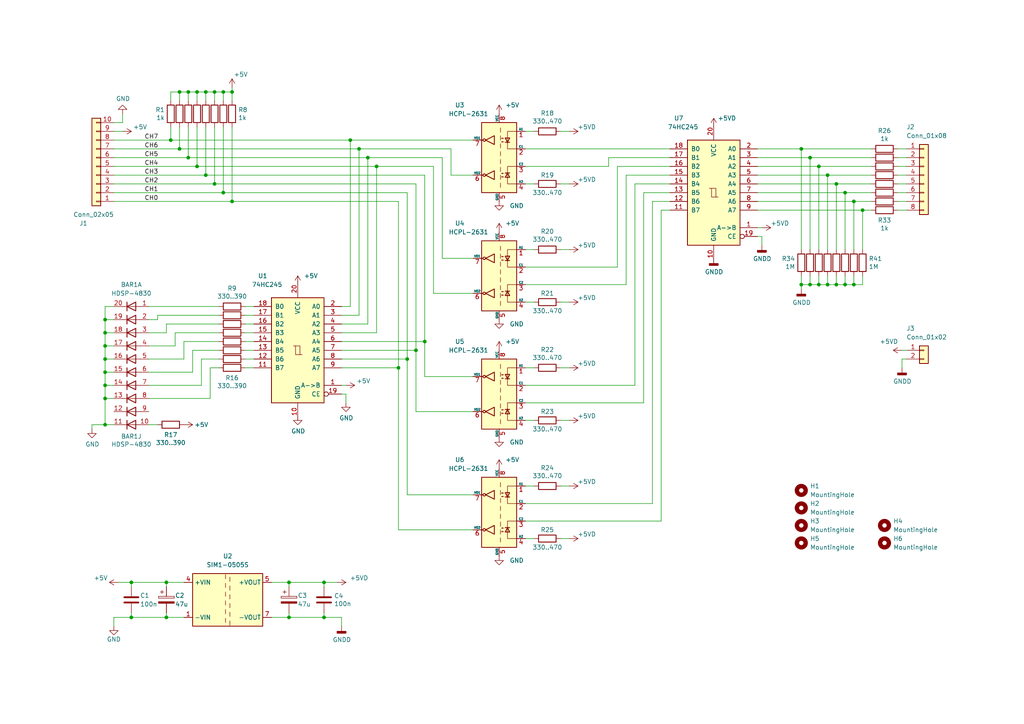
<source format=kicad_sch>
(kicad_sch (version 20211123) (generator eeschema)
  (paper "A4")
  (lib_symbols
    (symbol "74xx:74HC245" (pin_names (offset 1.016))
      (property "Reference" "U" (at -7.62 16.51 0))
      (property "Value" "74HC245" (at -7.62 -16.51 0))
      (symbol "74HC245_1_0"
        (pin input line (at -12.7 -10.16 0) (length 5.08) (name "A->B") (number "1"))
        (pin power_in line (at 0 -20.32 90) (length 5.08) (name "GND") (number "10"))
        (pin tri_state line (at 12.7 -5.08 180) (length 5.08) (name "B7") (number "11"))
        (pin tri_state line (at 12.7 -2.54 180) (length 5.08) (name "B6") (number "12"))
        (pin tri_state line (at 12.7 0 180) (length 5.08) (name "B5") (number "13"))
        (pin tri_state line (at 12.7 2.54 180) (length 5.08) (name "B4") (number "14"))
        (pin tri_state line (at 12.7 5.08 180) (length 5.08) (name "B3") (number "15"))
        (pin tri_state line (at 12.7 7.62 180) (length 5.08) (name "B2") (number "16"))
        (pin tri_state line (at 12.7 10.16 180) (length 5.08) (name "B1") (number "17"))
        (pin tri_state line (at 12.7 12.7 180) (length 5.08) (name "B0") (number "18"))
        (pin input inverted (at -12.7 -12.7 0) (length 5.08) (name "CE") (number "19"))
        (pin tri_state line (at -12.7 12.7 0) (length 5.08) (name "A0") (number "2"))
        (pin power_in line (at 0 20.32 270) (length 5.08) (name "VCC") (number "20"))
        (pin tri_state line (at -12.7 10.16 0) (length 5.08) (name "A1") (number "3"))
        (pin tri_state line (at -12.7 7.62 0) (length 5.08) (name "A2") (number "4"))
        (pin tri_state line (at -12.7 5.08 0) (length 5.08) (name "A3") (number "5"))
        (pin tri_state line (at -12.7 2.54 0) (length 5.08) (name "A4") (number "6"))
        (pin tri_state line (at -12.7 0 0) (length 5.08) (name "A5") (number "7"))
        (pin tri_state line (at -12.7 -2.54 0) (length 5.08) (name "A6") (number "8"))
        (pin tri_state line (at -12.7 -5.08 0) (length 5.08) (name "A7") (number "9"))
      )
    )
    (symbol "Connector_Generic:Conn_01x02" (pin_names (offset 1.016) hide)
      (property "Reference" "J" (at 0 2.54 0))
      (property "Value" "Conn_01x02" (at 0 -5.08 0))
      (symbol "Conn_01x02_1_1"
        (pin passive line (at -5.08 0 0) (length 3.81) (name "Pin_1") (number "1"))
        (pin passive line (at -5.08 -2.54 0) (length 3.81) (name "Pin_2") (number "2"))
      )
    )
    (symbol "Connector_Generic:Conn_01x08" (pin_names (offset 1.016) hide)
      (property "Reference" "J" (at 0 10.16 0))
      (property "Value" "Conn_01x08" (at 0 -12.7 0))
      (symbol "Conn_01x08_1_1"
        (pin passive line (at -5.08 7.62 0) (length 3.81) (name "Pin_1") (number "1"))
        (pin passive line (at -5.08 5.08 0) (length 3.81) (name "Pin_2") (number "2"))
        (pin passive line (at -5.08 2.54 0) (length 3.81) (name "Pin_3") (number "3"))
        (pin passive line (at -5.08 0 0) (length 3.81) (name "Pin_4") (number "4"))
        (pin passive line (at -5.08 -2.54 0) (length 3.81) (name "Pin_5") (number "5"))
        (pin passive line (at -5.08 -5.08 0) (length 3.81) (name "Pin_6") (number "6"))
        (pin passive line (at -5.08 -7.62 0) (length 3.81) (name "Pin_7") (number "7"))
        (pin passive line (at -5.08 -10.16 0) (length 3.81) (name "Pin_8") (number "8"))
      )
    )
    (symbol "Connector_Generic:Conn_01x10" (pin_names (offset 1.016) hide)
      (property "Reference" "J" (at 0 12.7 0))
      (property "Value" "Conn_01x10" (at 0 -15.24 0))
      (symbol "Conn_01x10_1_1"
        (pin passive line (at -5.08 10.16 0) (length 3.81) (name "Pin_1") (number "1"))
        (pin passive line (at -5.08 -12.7 0) (length 3.81) (name "Pin_10") (number "10"))
        (pin passive line (at -5.08 7.62 0) (length 3.81) (name "Pin_2") (number "2"))
        (pin passive line (at -5.08 5.08 0) (length 3.81) (name "Pin_3") (number "3"))
        (pin passive line (at -5.08 2.54 0) (length 3.81) (name "Pin_4") (number "4"))
        (pin passive line (at -5.08 0 0) (length 3.81) (name "Pin_5") (number "5"))
        (pin passive line (at -5.08 -2.54 0) (length 3.81) (name "Pin_6") (number "6"))
        (pin passive line (at -5.08 -5.08 0) (length 3.81) (name "Pin_7") (number "7"))
        (pin passive line (at -5.08 -7.62 0) (length 3.81) (name "Pin_8") (number "8"))
        (pin passive line (at -5.08 -10.16 0) (length 3.81) (name "Pin_9") (number "9"))
      )
    )
    (symbol "Device:C" (pin_numbers hide) (pin_names (offset 0.254))
      (property "Reference" "C" (at 0.635 2.54 0))
      (property "Value" "C" (at 0.635 -2.54 0))
      (symbol "C_1_1"
        (pin passive line (at 0 3.81 270) (length 2.794) (name "~") (number "1"))
        (pin passive line (at 0 -3.81 90) (length 2.794) (name "~") (number "2"))
      )
    )
    (symbol "Device:C_Polarized" (pin_numbers hide) (pin_names (offset 0.254))
      (property "Reference" "C" (at 0.635 2.54 0))
      (property "Value" "C_Polarized" (at 0.635 -2.54 0))
      (symbol "C_Polarized_1_1"
        (pin passive line (at 0 3.81 270) (length 2.794) (name "~") (number "1"))
        (pin passive line (at 0 -3.81 90) (length 2.794) (name "~") (number "2"))
      )
    )
    (symbol "Device:R" (pin_numbers hide) (pin_names (offset 0))
      (property "Reference" "R" (at 2.032 0 90))
      (property "Value" "R" (at 0 0 90))
      (symbol "R_1_1"
        (pin passive line (at 0 3.81 270) (length 1.27) (name "~") (number "1"))
        (pin passive line (at 0 -3.81 90) (length 1.27) (name "~") (number "2"))
      )
    )
    (symbol "Isolator:HCPL-2631" (pin_names (offset 0))
      (property "Reference" "U" (at -4.064 11.43 0))
      (property "Value" "HCPL-2631" (at 7.62 11.43 0))
      (symbol "HCPL-2631_1_1"
        (pin passive line (at -7.62 7.62 0) (length 2.54) (name "A1") (number "1"))
        (pin passive line (at -7.62 2.54 0) (length 2.54) (name "C1") (number "2"))
        (pin passive line (at -7.62 -2.54 0) (length 2.54) (name "C2") (number "3"))
        (pin passive line (at -7.62 -7.62 0) (length 2.54) (name "A2") (number "4"))
        (pin power_in line (at 0 -12.7 90) (length 2.54) (name "GND") (number "5"))
        (pin open_collector line (at 7.62 -5.08 180) (length 2.54) (name "VO2") (number "6"))
        (pin open_collector line (at 7.62 5.08 180) (length 2.54) (name "VO1") (number "7"))
        (pin power_in line (at 0 12.7 270) (length 2.54) (name "VCC") (number "8"))
      )
    )
    (symbol "LED:HDSP-4830" (pin_names (offset 1.016) hide)
      (property "Reference" "BAR" (at 0 3.81 0))
      (property "Value" "HDSP-4830" (at 0 -3.81 0))
      (symbol "HDSP-4830_1_1"
        (pin passive line (at -5.08 0 0) (length 2.54) (name "A") (number "1"))
        (pin passive line (at 5.08 0 180) (length 2.54) (name "K") (number "20"))
      )
      (symbol "HDSP-4830_2_1"
        (pin passive line (at 5.08 0 180) (length 2.54) (name "K") (number "19"))
        (pin passive line (at -5.08 0 0) (length 2.54) (name "A") (number "2"))
      )
      (symbol "HDSP-4830_3_1"
        (pin passive line (at 5.08 0 180) (length 2.54) (name "K") (number "18"))
        (pin passive line (at -5.08 0 0) (length 2.54) (name "A") (number "3"))
      )
      (symbol "HDSP-4830_4_1"
        (pin passive line (at 5.08 0 180) (length 2.54) (name "K") (number "17"))
        (pin passive line (at -5.08 0 0) (length 2.54) (name "A") (number "4"))
      )
      (symbol "HDSP-4830_5_1"
        (pin passive line (at 5.08 0 180) (length 2.54) (name "K") (number "16"))
        (pin passive line (at -5.08 0 0) (length 2.54) (name "A") (number "5"))
      )
      (symbol "HDSP-4830_6_1"
        (pin passive line (at 5.08 0 180) (length 2.54) (name "K") (number "15"))
        (pin passive line (at -5.08 0 0) (length 2.54) (name "A") (number "6"))
      )
      (symbol "HDSP-4830_7_1"
        (pin passive line (at 5.08 0 180) (length 2.54) (name "K") (number "14"))
        (pin passive line (at -5.08 0 0) (length 2.54) (name "A") (number "7"))
      )
      (symbol "HDSP-4830_8_1"
        (pin passive line (at 5.08 0 180) (length 2.54) (name "K") (number "13"))
        (pin passive line (at -5.08 0 0) (length 2.54) (name "A") (number "8"))
      )
      (symbol "HDSP-4830_9_1"
        (pin passive line (at 5.08 0 180) (length 2.54) (name "K") (number "12"))
        (pin passive line (at -5.08 0 0) (length 2.54) (name "A") (number "9"))
      )
      (symbol "HDSP-4830_10_1"
        (pin passive line (at -5.08 0 0) (length 2.54) (name "A") (number "10"))
        (pin passive line (at 5.08 0 180) (length 2.54) (name "K") (number "11"))
      )
    )
    (symbol "Mechanical:MountingHole" (pin_names (offset 1.016))
      (property "Reference" "H" (at 0 5.08 0))
      (property "Value" "MountingHole" (at 0 3.175 0))
    )
    (symbol "Regulator_Switching:CRE1S0505DC"
      (property "Reference" "U" (at -8.89 8.89 0))
      (property "Value" "CRE1S0505DC" (at 2.54 8.89 0))
      (symbol "CRE1S0505DC_1_1"
        (pin power_in line (at -12.7 -5.08 0) (length 2.54) (name "-VIN") (number "1"))
        (pin power_in line (at -12.7 5.08 0) (length 2.54) (name "+VIN") (number "4"))
        (pin power_out line (at 12.7 5.08 180) (length 2.54) (name "+VOUT") (number "5"))
        (pin power_out line (at 12.7 -5.08 180) (length 2.54) (name "-VOUT") (number "7"))
      )
    )
    (symbol "power:+5V" (power) (pin_names (offset 0))
      (property "Value" "+5V" (at 0 3.556 0))
      (symbol "+5V_1_1"
        (pin power_in line (at 0 0 90) (length 0) hide (name "+5V") (number "1"))
      )
    )
    (symbol "power:+5VD" (power) (pin_names (offset 0))
      (property "Value" "+5VD" (at 0 3.556 0))
      (symbol "+5VD_1_1"
        (pin power_in line (at 0 0 90) (length 0) hide (name "+5VD") (number "1"))
      )
    )
    (symbol "power:GND" (power) (pin_names (offset 0))
      (property "Value" "GND" (at 0 -3.81 0))
      (symbol "GND_1_1"
        (pin power_in line (at 0 0 270) (length 0) hide (name "GND") (number "1"))
      )
    )
    (symbol "power:GNDD" (power) (pin_names (offset 0))
      (property "Value" "GNDD" (at 0 -3.175 0))
      (symbol "GNDD_1_1"
        (pin power_in line (at 0 0 270) (length 0) hide (name "GNDD") (number "1"))
      )
    )
  )
  (junction (at 59.69 26.67))
  (junction (at 52.07 43.18))
  (junction (at 242.57 82.55))
  (junction (at 83.82 179.07))
  (junction (at 106.68 45.72))
  (junction (at 30.48 107.95))
  (junction (at 93.98 168.91))
  (junction (at 49.53 40.64))
  (junction (at 237.49 82.55))
  (junction (at 109.22 48.26))
  (junction (at 120.65 101.6))
  (junction (at 67.31 58.42))
  (junction (at 59.69 50.8))
  (junction (at 240.03 50.8))
  (junction (at 240.03 82.55))
  (junction (at 93.98 179.07))
  (junction (at 64.77 55.88))
  (junction (at 57.15 26.67))
  (junction (at 30.48 100.33))
  (junction (at 38.1 168.91))
  (junction (at 38.1 179.07))
  (junction (at 30.48 111.76))
  (junction (at 232.41 43.18))
  (junction (at 237.49 48.26))
  (junction (at 64.77 26.67))
  (junction (at 30.48 96.52))
  (junction (at 250.19 60.96))
  (junction (at 104.14 43.18))
  (junction (at 30.48 92.71))
  (junction (at 67.31 26.67))
  (junction (at 234.95 45.72))
  (junction (at 101.6 40.64))
  (junction (at 232.41 82.55))
  (junction (at 234.95 82.55))
  (junction (at 83.82 168.91))
  (junction (at 30.48 115.57))
  (junction (at 115.57 106.68))
  (junction (at 118.11 104.14))
  (junction (at 30.48 104.14))
  (junction (at 54.61 45.72))
  (junction (at 62.23 26.67))
  (junction (at 245.11 82.55))
  (junction (at 52.07 26.67))
  (junction (at 48.26 179.07))
  (junction (at 48.26 168.91))
  (junction (at 247.65 58.42))
  (junction (at 123.19 99.06))
  (junction (at 30.48 123.19))
  (junction (at 54.61 26.67))
  (junction (at 242.57 53.34))
  (junction (at 57.15 48.26))
  (junction (at 245.11 55.88))
  (junction (at 247.65 82.55))
  (junction (at 62.23 53.34))
  (wire (pts (xy 30.48 107.95) (xy 33.02 107.95)))
  (wire (pts (xy 30.48 104.14) (xy 30.48 107.95)))
  (wire (pts (xy 67.31 25.4) (xy 67.31 26.67)))
  (wire (pts (xy 261.62 106.68) (xy 261.62 104.14)))
  (wire (pts (xy 30.48 100.33) (xy 30.48 104.14)))
  (wire (pts (xy 43.18 107.95) (xy 55.88 107.95)))
  (wire (pts (xy 104.14 91.44) (xy 104.14 43.18)))
  (wire (pts (xy 54.61 29.21) (xy 54.61 26.67)))
  (wire (pts (xy 118.11 104.14) (xy 118.11 143.51)))
  (wire (pts (xy 43.18 92.71) (xy 45.72 92.71)))
  (wire (pts (xy 78.74 168.91) (xy 83.82 168.91)))
  (wire (pts (xy 240.03 82.55) (xy 242.57 82.55)))
  (wire (pts (xy 52.07 26.67) (xy 54.61 26.67)))
  (wire (pts (xy 207.01 36.83) (xy 207.01 35.56)))
  (wire (pts (xy 57.15 26.67) (xy 59.69 26.67)))
  (wire (pts (xy 234.95 45.72) (xy 252.73 45.72)))
  (wire (pts (xy 109.22 96.52) (xy 109.22 48.26)))
  (wire (pts (xy 55.88 107.95) (xy 55.88 101.6)))
  (wire (pts (xy 162.56 53.34) (xy 165.1 53.34)))
  (wire (pts (xy 179.07 77.47) (xy 179.07 48.26)))
  (wire (pts (xy 93.98 179.07) (xy 99.06 179.07)))
  (wire (pts (xy 30.48 115.57) (xy 33.02 115.57)))
  (wire (pts (xy 207.01 76.2) (xy 207.01 74.93)))
  (wire (pts (xy 242.57 53.34) (xy 252.73 53.34)))
  (wire (pts (xy 219.71 58.42) (xy 247.65 58.42)))
  (wire (pts (xy 71.12 91.44) (xy 73.66 91.44)))
  (wire (pts (xy 219.71 45.72) (xy 234.95 45.72)))
  (wire (pts (xy 58.42 111.76) (xy 58.42 104.14)))
  (wire (pts (xy 99.06 106.68) (xy 115.57 106.68)))
  (wire (pts (xy 64.77 29.21) (xy 64.77 26.67)))
  (wire (pts (xy 33.02 43.18) (xy 52.07 43.18)))
  (wire (pts (xy 48.26 96.52) (xy 48.26 93.98)))
  (wire (pts (xy 250.19 60.96) (xy 252.73 60.96)))
  (wire (pts (xy 128.27 45.72) (xy 128.27 74.93)))
  (wire (pts (xy 152.4 146.05) (xy 189.23 146.05)))
  (wire (pts (xy 30.48 92.71) (xy 33.02 92.71)))
  (wire (pts (xy 60.96 115.57) (xy 60.96 106.68)))
  (wire (pts (xy 234.95 80.01) (xy 234.95 82.55)))
  (wire (pts (xy 71.12 96.52) (xy 73.66 96.52)))
  (wire (pts (xy 242.57 82.55) (xy 245.11 82.55)))
  (wire (pts (xy 78.74 179.07) (xy 83.82 179.07)))
  (wire (pts (xy 43.18 96.52) (xy 48.26 96.52)))
  (wire (pts (xy 260.35 48.26) (xy 262.89 48.26)))
  (wire (pts (xy 189.23 146.05) (xy 189.23 58.42)))
  (wire (pts (xy 118.11 143.51) (xy 137.16 143.51)))
  (wire (pts (xy 86.36 82.55) (xy 86.36 81.28)))
  (wire (pts (xy 120.65 53.34) (xy 120.65 101.6)))
  (wire (pts (xy 152.4 106.68) (xy 154.94 106.68)))
  (wire (pts (xy 45.72 92.71) (xy 45.72 91.44)))
  (wire (pts (xy 52.07 36.83) (xy 52.07 43.18)))
  (wire (pts (xy 48.26 179.07) (xy 53.34 179.07)))
  (wire (pts (xy 152.4 72.39) (xy 154.94 72.39)))
  (wire (pts (xy 71.12 104.14) (xy 73.66 104.14)))
  (wire (pts (xy 43.18 100.33) (xy 50.8 100.33)))
  (wire (pts (xy 219.71 66.04) (xy 220.98 66.04)))
  (wire (pts (xy 106.68 45.72) (xy 128.27 45.72)))
  (wire (pts (xy 30.48 100.33) (xy 33.02 100.33)))
  (wire (pts (xy 260.35 45.72) (xy 262.89 45.72)))
  (wire (pts (xy 125.73 85.09) (xy 137.16 85.09)))
  (wire (pts (xy 237.49 80.01) (xy 237.49 82.55)))
  (wire (pts (xy 64.77 36.83) (xy 64.77 55.88)))
  (wire (pts (xy 125.73 48.26) (xy 125.73 85.09)))
  (wire (pts (xy 99.06 111.76) (xy 100.33 111.76)))
  (wire (pts (xy 43.18 104.14) (xy 53.34 104.14)))
  (wire (pts (xy 99.06 114.3) (xy 100.33 114.3)))
  (wire (pts (xy 128.27 74.93) (xy 137.16 74.93)))
  (wire (pts (xy 60.96 106.68) (xy 63.5 106.68)))
  (wire (pts (xy 152.4 53.34) (xy 154.94 53.34)))
  (wire (pts (xy 123.19 99.06) (xy 123.19 109.22)))
  (wire (pts (xy 101.6 88.9) (xy 101.6 40.64)))
  (wire (pts (xy 49.53 26.67) (xy 52.07 26.67)))
  (wire (pts (xy 34.29 168.91) (xy 38.1 168.91)))
  (wire (pts (xy 186.69 116.84) (xy 186.69 55.88)))
  (wire (pts (xy 30.48 111.76) (xy 33.02 111.76)))
  (wire (pts (xy 33.02 55.88) (xy 64.77 55.88)))
  (wire (pts (xy 30.48 123.19) (xy 33.02 123.19)))
  (wire (pts (xy 71.12 88.9) (xy 73.66 88.9)))
  (wire (pts (xy 57.15 36.83) (xy 57.15 48.26)))
  (wire (pts (xy 152.4 77.47) (xy 179.07 77.47)))
  (wire (pts (xy 176.53 45.72) (xy 194.31 45.72)))
  (wire (pts (xy 59.69 36.83) (xy 59.69 50.8)))
  (wire (pts (xy 240.03 72.39) (xy 240.03 50.8)))
  (wire (pts (xy 33.02 45.72) (xy 54.61 45.72)))
  (wire (pts (xy 237.49 82.55) (xy 240.03 82.55)))
  (wire (pts (xy 99.06 93.98) (xy 106.68 93.98)))
  (wire (pts (xy 191.77 60.96) (xy 194.31 60.96)))
  (wire (pts (xy 181.61 50.8) (xy 194.31 50.8)))
  (wire (pts (xy 152.4 87.63) (xy 154.94 87.63)))
  (wire (pts (xy 184.15 111.76) (xy 184.15 53.34)))
  (wire (pts (xy 93.98 168.91) (xy 93.98 170.18)))
  (wire (pts (xy 219.71 50.8) (xy 240.03 50.8)))
  (wire (pts (xy 152.4 116.84) (xy 186.69 116.84)))
  (wire (pts (xy 261.62 104.14) (xy 262.89 104.14)))
  (wire (pts (xy 59.69 50.8) (xy 123.19 50.8)))
  (wire (pts (xy 49.53 29.21) (xy 49.53 26.67)))
  (wire (pts (xy 93.98 168.91) (xy 97.79 168.91)))
  (wire (pts (xy 48.26 168.91) (xy 53.34 168.91)))
  (wire (pts (xy 234.95 82.55) (xy 237.49 82.55)))
  (wire (pts (xy 33.02 53.34) (xy 62.23 53.34)))
  (wire (pts (xy 186.69 55.88) (xy 194.31 55.88)))
  (wire (pts (xy 123.19 50.8) (xy 123.19 99.06)))
  (wire (pts (xy 115.57 58.42) (xy 115.57 106.68)))
  (wire (pts (xy 33.02 88.9) (xy 30.48 88.9)))
  (wire (pts (xy 99.06 91.44) (xy 104.14 91.44)))
  (wire (pts (xy 33.02 58.42) (xy 67.31 58.42)))
  (wire (pts (xy 83.82 179.07) (xy 93.98 179.07)))
  (wire (pts (xy 99.06 104.14) (xy 118.11 104.14)))
  (wire (pts (xy 219.71 55.88) (xy 245.11 55.88)))
  (wire (pts (xy 162.56 140.97) (xy 165.1 140.97)))
  (wire (pts (xy 62.23 53.34) (xy 120.65 53.34)))
  (wire (pts (xy 99.06 88.9) (xy 101.6 88.9)))
  (wire (pts (xy 50.8 100.33) (xy 50.8 96.52)))
  (wire (pts (xy 62.23 29.21) (xy 62.23 26.67)))
  (wire (pts (xy 152.4 156.21) (xy 154.94 156.21)))
  (wire (pts (xy 99.06 99.06) (xy 123.19 99.06)))
  (wire (pts (xy 48.26 93.98) (xy 63.5 93.98)))
  (wire (pts (xy 152.4 48.26) (xy 176.53 48.26)))
  (wire (pts (xy 232.41 80.01) (xy 232.41 82.55)))
  (wire (pts (xy 232.41 43.18) (xy 252.73 43.18)))
  (wire (pts (xy 130.81 43.18) (xy 130.81 50.8)))
  (wire (pts (xy 245.11 72.39) (xy 245.11 55.88)))
  (wire (pts (xy 54.61 26.67) (xy 57.15 26.67)))
  (wire (pts (xy 245.11 55.88) (xy 252.73 55.88)))
  (wire (pts (xy 33.02 179.07) (xy 38.1 179.07)))
  (wire (pts (xy 99.06 101.6) (xy 120.65 101.6)))
  (wire (pts (xy 152.4 140.97) (xy 154.94 140.97)))
  (wire (pts (xy 219.71 68.58) (xy 220.98 68.58)))
  (wire (pts (xy 71.12 99.06) (xy 73.66 99.06)))
  (wire (pts (xy 260.35 60.96) (xy 262.89 60.96)))
  (wire (pts (xy 38.1 168.91) (xy 48.26 168.91)))
  (wire (pts (xy 162.56 156.21) (xy 165.1 156.21)))
  (wire (pts (xy 30.48 88.9) (xy 30.48 92.71)))
  (wire (pts (xy 152.4 43.18) (xy 194.31 43.18)))
  (wire (pts (xy 30.48 123.19) (xy 26.67 123.19)))
  (wire (pts (xy 104.14 43.18) (xy 130.81 43.18)))
  (wire (pts (xy 30.48 96.52) (xy 30.48 100.33)))
  (wire (pts (xy 67.31 58.42) (xy 115.57 58.42)))
  (wire (pts (xy 250.19 82.55) (xy 250.19 80.01)))
  (wire (pts (xy 261.62 101.6) (xy 262.89 101.6)))
  (wire (pts (xy 191.77 151.13) (xy 191.77 60.96)))
  (wire (pts (xy 26.67 123.19) (xy 26.67 124.46)))
  (wire (pts (xy 152.4 121.92) (xy 154.94 121.92)))
  (wire (pts (xy 115.57 106.68) (xy 115.57 153.67)))
  (wire (pts (xy 48.26 170.18) (xy 48.26 168.91)))
  (wire (pts (xy 38.1 170.18) (xy 38.1 168.91)))
  (wire (pts (xy 67.31 36.83) (xy 67.31 58.42)))
  (wire (pts (xy 45.72 91.44) (xy 63.5 91.44)))
  (wire (pts (xy 71.12 101.6) (xy 73.66 101.6)))
  (wire (pts (xy 30.48 115.57) (xy 30.48 123.19)))
  (wire (pts (xy 232.41 72.39) (xy 232.41 43.18)))
  (wire (pts (xy 109.22 48.26) (xy 125.73 48.26)))
  (wire (pts (xy 50.8 96.52) (xy 63.5 96.52)))
  (wire (pts (xy 43.18 88.9) (xy 63.5 88.9)))
  (wire (pts (xy 33.02 48.26) (xy 57.15 48.26)))
  (wire (pts (xy 242.57 72.39) (xy 242.57 53.34)))
  (wire (pts (xy 162.56 106.68) (xy 165.1 106.68)))
  (wire (pts (xy 71.12 106.68) (xy 73.66 106.68)))
  (wire (pts (xy 115.57 153.67) (xy 137.16 153.67)))
  (wire (pts (xy 152.4 38.1) (xy 154.94 38.1)))
  (wire (pts (xy 64.77 55.88) (xy 118.11 55.88)))
  (wire (pts (xy 184.15 53.34) (xy 194.31 53.34)))
  (wire (pts (xy 33.02 181.61) (xy 33.02 179.07)))
  (wire (pts (xy 247.65 58.42) (xy 252.73 58.42)))
  (wire (pts (xy 30.48 96.52) (xy 33.02 96.52)))
  (wire (pts (xy 234.95 72.39) (xy 234.95 45.72)))
  (wire (pts (xy 101.6 40.64) (xy 137.16 40.64)))
  (wire (pts (xy 250.19 72.39) (xy 250.19 60.96)))
  (wire (pts (xy 43.18 115.57) (xy 60.96 115.57)))
  (wire (pts (xy 120.65 101.6) (xy 120.65 119.38)))
  (wire (pts (xy 86.36 121.92) (xy 86.36 120.65)))
  (wire (pts (xy 58.42 104.14) (xy 63.5 104.14)))
  (wire (pts (xy 242.57 80.01) (xy 242.57 82.55)))
  (wire (pts (xy 38.1 179.07) (xy 38.1 177.8)))
  (wire (pts (xy 176.53 48.26) (xy 176.53 45.72)))
  (wire (pts (xy 64.77 26.67) (xy 67.31 26.67)))
  (wire (pts (xy 30.48 107.95) (xy 30.48 111.76)))
  (wire (pts (xy 219.71 53.34) (xy 242.57 53.34)))
  (wire (pts (xy 59.69 29.21) (xy 59.69 26.67)))
  (wire (pts (xy 57.15 29.21) (xy 57.15 26.67)))
  (wire (pts (xy 219.71 43.18) (xy 232.41 43.18)))
  (wire (pts (xy 83.82 177.8) (xy 83.82 179.07)))
  (wire (pts (xy 52.07 43.18) (xy 104.14 43.18)))
  (wire (pts (xy 189.23 58.42) (xy 194.31 58.42)))
  (wire (pts (xy 247.65 82.55) (xy 250.19 82.55)))
  (wire (pts (xy 33.02 38.1) (xy 35.56 38.1)))
  (wire (pts (xy 59.69 26.67) (xy 62.23 26.67)))
  (wire (pts (xy 240.03 50.8) (xy 252.73 50.8)))
  (wire (pts (xy 62.23 36.83) (xy 62.23 53.34)))
  (wire (pts (xy 33.02 50.8) (xy 59.69 50.8)))
  (wire (pts (xy 43.18 111.76) (xy 58.42 111.76)))
  (wire (pts (xy 152.4 151.13) (xy 191.77 151.13)))
  (wire (pts (xy 181.61 82.55) (xy 181.61 50.8)))
  (wire (pts (xy 237.49 48.26) (xy 252.73 48.26)))
  (wire (pts (xy 100.33 114.3) (xy 100.33 116.84)))
  (wire (pts (xy 48.26 179.07) (xy 48.26 177.8)))
  (wire (pts (xy 237.49 72.39) (xy 237.49 48.26)))
  (wire (pts (xy 57.15 48.26) (xy 109.22 48.26)))
  (wire (pts (xy 30.48 104.14) (xy 33.02 104.14)))
  (wire (pts (xy 43.18 123.19) (xy 45.72 123.19)))
  (wire (pts (xy 247.65 80.01) (xy 247.65 82.55)))
  (wire (pts (xy 54.61 36.83) (xy 54.61 45.72)))
  (wire (pts (xy 123.19 109.22) (xy 137.16 109.22)))
  (wire (pts (xy 49.53 40.64) (xy 101.6 40.64)))
  (wire (pts (xy 260.35 53.34) (xy 262.89 53.34)))
  (wire (pts (xy 118.11 55.88) (xy 118.11 104.14)))
  (wire (pts (xy 179.07 48.26) (xy 194.31 48.26)))
  (wire (pts (xy 54.61 45.72) (xy 106.68 45.72)))
  (wire (pts (xy 245.11 80.01) (xy 245.11 82.55)))
  (wire (pts (xy 55.88 101.6) (xy 63.5 101.6)))
  (wire (pts (xy 260.35 55.88) (xy 262.89 55.88)))
  (wire (pts (xy 245.11 82.55) (xy 247.65 82.55)))
  (wire (pts (xy 99.06 179.07) (xy 99.06 181.61)))
  (wire (pts (xy 232.41 82.55) (xy 234.95 82.55)))
  (wire (pts (xy 219.71 60.96) (xy 250.19 60.96)))
  (wire (pts (xy 130.81 50.8) (xy 137.16 50.8)))
  (wire (pts (xy 38.1 179.07) (xy 48.26 179.07)))
  (wire (pts (xy 247.65 72.39) (xy 247.65 58.42)))
  (wire (pts (xy 53.34 104.14) (xy 53.34 99.06)))
  (wire (pts (xy 232.41 83.82) (xy 232.41 82.55)))
  (wire (pts (xy 33.02 35.56) (xy 35.56 35.56)))
  (wire (pts (xy 220.98 68.58) (xy 220.98 71.12)))
  (wire (pts (xy 162.56 87.63) (xy 165.1 87.63)))
  (wire (pts (xy 219.71 48.26) (xy 237.49 48.26)))
  (wire (pts (xy 53.34 99.06) (xy 63.5 99.06)))
  (wire (pts (xy 67.31 29.21) (xy 67.31 26.67)))
  (wire (pts (xy 33.02 40.64) (xy 49.53 40.64)))
  (wire (pts (xy 162.56 72.39) (xy 165.1 72.39)))
  (wire (pts (xy 93.98 177.8) (xy 93.98 179.07)))
  (wire (pts (xy 30.48 111.76) (xy 30.48 115.57)))
  (wire (pts (xy 52.07 29.21) (xy 52.07 26.67)))
  (wire (pts (xy 83.82 168.91) (xy 83.82 170.18)))
  (wire (pts (xy 152.4 82.55) (xy 181.61 82.55)))
  (wire (pts (xy 260.35 43.18) (xy 262.89 43.18)))
  (wire (pts (xy 162.56 121.92) (xy 165.1 121.92)))
  (wire (pts (xy 49.53 36.83) (xy 49.53 40.64)))
  (wire (pts (xy 106.68 93.98) (xy 106.68 45.72)))
  (wire (pts (xy 120.65 119.38) (xy 137.16 119.38)))
  (wire (pts (xy 30.48 92.71) (xy 30.48 96.52)))
  (wire (pts (xy 62.23 26.67) (xy 64.77 26.67)))
  (wire (pts (xy 71.12 93.98) (xy 73.66 93.98)))
  (wire (pts (xy 260.35 50.8) (xy 262.89 50.8)))
  (wire (pts (xy 152.4 111.76) (xy 184.15 111.76)))
  (wire (pts (xy 260.35 58.42) (xy 262.89 58.42)))
  (wire (pts (xy 35.56 35.56) (xy 35.56 33.02)))
  (wire (pts (xy 83.82 168.91) (xy 93.98 168.91)))
  (wire (pts (xy 162.56 38.1) (xy 165.1 38.1)))
  (wire (pts (xy 99.06 96.52) (xy 109.22 96.52)))
  (wire (pts (xy 240.03 80.01) (xy 240.03 82.55)))
  (label "CH0" (at 41.91 58.42 0))
  (label "CH3" (at 41.91 50.8 0))
  (label "CH5" (at 41.91 45.72 0))
  (label "CH6" (at 41.91 43.18 0))
  (label "CH2" (at 41.91 53.34 0))
  (label "CH4" (at 41.91 48.26 0))
  (label "CH1" (at 41.91 55.88 0))
  (label "CH7" (at 41.91 40.64 0))
  (symbol (lib_id "Isolator:HCPL-2631") (at 144.78 45.72 0) (mirror y) (unit 1)
    (property "Reference" "U3" (at 133.35 30.48 0))
    (property "Value" "HCPL-2631" (at 135.89 33.02 0))
    (property "Footprint" "LIB_Logic-Analyzer-Isolator:DIP-8_W7.62mm" (effects hide))
    (property "Datasheet" "https://docs.broadcom.com/docs/AV02-0940EN" (effects hide))
  )
  (symbol (lib_id "LED:HDSP-4830") (at 38.1 88.9 0) (mirror y) (unit 1)
    (property "Reference" "BAR1" (at 38.1 82.55 0))
    (property "Value" "HDSP-4830" (at 38.1 85.09 0))
    (property "Footprint" "Display:HDSP-4830" (effects hide))
    (property "Datasheet" "https://docs.broadcom.com/docs/AV02-1798EN" (effects hide))
  )
  (symbol (lib_id "LED:HDSP-4830") (at 38.1 92.71 0) (mirror y) (unit 2)
    (property "Reference" "BAR1" (effects hide))
    (property "Value" "HDSP-4830" (effects hide))
    (property "Footprint" "Display:HDSP-4830" (effects hide))
    (property "Datasheet" "https://docs.broadcom.com/docs/AV02-1798EN" (effects hide))
  )
  (symbol (lib_id "LED:HDSP-4830") (at 38.1 96.52 0) (mirror y) (unit 3)
    (property "Reference" "BAR1" (effects hide))
    (property "Value" "HDSP-4830" (effects hide))
    (property "Footprint" "Display:HDSP-4830" (effects hide))
    (property "Datasheet" "https://docs.broadcom.com/docs/AV02-1798EN" (effects hide))
  )
  (symbol (lib_id "LED:HDSP-4830") (at 38.1 100.33 0) (mirror y) (unit 4)
    (property "Reference" "BAR1" (effects hide))
    (property "Value" "HDSP-4830" (effects hide))
    (property "Footprint" "Display:HDSP-4830" (effects hide))
    (property "Datasheet" "https://docs.broadcom.com/docs/AV02-1798EN" (effects hide))
  )
  (symbol (lib_id "LED:HDSP-4830") (at 38.1 104.14 0) (mirror y) (unit 5)
    (property "Reference" "BAR1" (effects hide))
    (property "Value" "HDSP-4830" (effects hide))
    (property "Footprint" "Display:HDSP-4830" (effects hide))
    (property "Datasheet" "https://docs.broadcom.com/docs/AV02-1798EN" (effects hide))
  )
  (symbol (lib_id "LED:HDSP-4830") (at 38.1 107.95 0) (mirror y) (unit 6)
    (property "Reference" "BAR1" (effects hide))
    (property "Value" "HDSP-4830" (effects hide))
    (property "Footprint" "Display:HDSP-4830" (effects hide))
    (property "Datasheet" "https://docs.broadcom.com/docs/AV02-1798EN" (effects hide))
  )
  (symbol (lib_id "LED:HDSP-4830") (at 38.1 111.76 0) (mirror y) (unit 7)
    (property "Reference" "BAR1" (effects hide))
    (property "Value" "HDSP-4830" (effects hide))
    (property "Footprint" "Display:HDSP-4830" (effects hide))
    (property "Datasheet" "https://docs.broadcom.com/docs/AV02-1798EN" (effects hide))
  )
  (symbol (lib_id "LED:HDSP-4830") (at 38.1 115.57 0) (mirror y) (unit 8)
    (property "Reference" "BAR1" (effects hide))
    (property "Value" "HDSP-4830" (effects hide))
    (property "Footprint" "Display:HDSP-4830" (effects hide))
    (property "Datasheet" "https://docs.broadcom.com/docs/AV02-1798EN" (effects hide))
  )
  (symbol (lib_id "LED:HDSP-4830") (at 38.1 119.38 0) (mirror y) (unit 9)
    (property "Reference" "BAR1" (effects hide))
    (property "Value" "HDSP-4830" (effects hide))
    (property "Footprint" "Display:HDSP-4830" (effects hide))
    (property "Datasheet" "https://docs.broadcom.com/docs/AV02-1798EN" (effects hide))
  )
  (symbol (lib_id "LED:HDSP-4830") (at 38.1 123.19 0) (mirror y) (unit 10)
    (property "Reference" "BAR1" (at 38.1 126.5682 0))
    (property "Value" "HDSP-4830" (at 38.1 128.8796 0))
    (property "Footprint" "Display:HDSP-4830" (effects hide))
    (property "Datasheet" "https://docs.broadcom.com/docs/AV02-1798EN" (effects hide))
  )
  (symbol (lib_id "Device:R") (at 158.75 38.1 270) (unit 1)
    (property "Reference" "R18" (at 158.75 32.8422 90))
    (property "Value" "330..470" (at 158.75 35.1536 90))
    (property "Footprint" "LIB_Logic-Analyzer-Isolator:R_Axial_DIN0207_L6.3mm_D2.5mm_P10.16mm_Horizontal" (effects hide))
  )
  (symbol (lib_id "Device:R") (at 158.75 53.34 270) (unit 1)
    (property "Reference" "R19" (at 158.75 50.8 90))
    (property "Value" "330..470" (at 158.75 55.88 90))
    (property "Footprint" "LIB_Logic-Analyzer-Isolator:R_Axial_DIN0207_L6.3mm_D2.5mm_P10.16mm_Horizontal" (effects hide))
  )
  (symbol (lib_id "74xx:74HC245") (at 207.01 55.88 0) (mirror y) (unit 1)
    (property "Reference" "U7" (at 196.85 34.29 0))
    (property "Value" "74HC245" (at 198.12 36.83 0))
    (property "Footprint" "LIB_Logic-Analyzer-Isolator:DIP-20_W7.62mm_LongPads" (effects hide))
    (property "Datasheet" "http://www.ti.com/lit/gpn/sn74HC245" (effects hide))
  )
  (symbol (lib_id "Device:R") (at 256.54 43.18 270) (unit 1)
    (property "Reference" "R26" (at 256.54 37.9222 90))
    (property "Value" "1k" (at 256.54 40.2336 90))
    (property "Footprint" "LIB_Logic-Analyzer-Isolator:R_Axial_DIN0207_L6.3mm_D2.5mm_P10.16mm_Horizontal" (effects hide))
  )
  (symbol (lib_id "Device:R") (at 256.54 45.72 270) (unit 1)
    (property "Reference" "R27" (effects hide))
    (property "Value" "1k" (effects hide))
    (property "Footprint" "LIB_Logic-Analyzer-Isolator:R_Axial_DIN0207_L6.3mm_D2.5mm_P10.16mm_Horizontal" (effects hide))
  )
  (symbol (lib_id "Device:R") (at 256.54 48.26 270) (unit 1)
    (property "Reference" "R28" (effects hide))
    (property "Value" "1k" (effects hide))
    (property "Footprint" "LIB_Logic-Analyzer-Isolator:R_Axial_DIN0207_L6.3mm_D2.5mm_P10.16mm_Horizontal" (effects hide))
  )
  (symbol (lib_id "Device:R") (at 256.54 50.8 270) (unit 1)
    (property "Reference" "R29" (effects hide))
    (property "Value" "1k" (effects hide))
    (property "Footprint" "LIB_Logic-Analyzer-Isolator:R_Axial_DIN0207_L6.3mm_D2.5mm_P10.16mm_Horizontal" (effects hide))
  )
  (symbol (lib_id "Device:R") (at 256.54 53.34 270) (unit 1)
    (property "Reference" "R30" (effects hide))
    (property "Value" "1k" (effects hide))
    (property "Footprint" "LIB_Logic-Analyzer-Isolator:R_Axial_DIN0207_L6.3mm_D2.5mm_P10.16mm_Horizontal" (effects hide))
  )
  (symbol (lib_id "Device:R") (at 256.54 55.88 270) (unit 1)
    (property "Reference" "R31" (effects hide))
    (property "Value" "1k" (effects hide))
    (property "Footprint" "LIB_Logic-Analyzer-Isolator:R_Axial_DIN0207_L6.3mm_D2.5mm_P10.16mm_Horizontal" (effects hide))
  )
  (symbol (lib_id "Device:R") (at 256.54 58.42 270) (unit 1)
    (property "Reference" "R32" (effects hide))
    (property "Value" "1k" (effects hide))
    (property "Footprint" "LIB_Logic-Analyzer-Isolator:R_Axial_DIN0207_L6.3mm_D2.5mm_P10.16mm_Horizontal" (effects hide))
  )
  (symbol (lib_id "Device:R") (at 256.54 60.96 270) (unit 1)
    (property "Reference" "R33" (at 256.54 63.881 90))
    (property "Value" "1k" (at 256.54 66.1924 90))
    (property "Footprint" "LIB_Logic-Analyzer-Isolator:R_Axial_DIN0207_L6.3mm_D2.5mm_P10.16mm_Horizontal" (effects hide))
  )
  (symbol (lib_id "Device:R") (at 67.31 88.9 90) (unit 1)
    (property "Reference" "R9" (at 67.31 83.6422 90))
    (property "Value" "330..390" (at 67.31 85.9536 90))
    (property "Footprint" "LIB_Logic-Analyzer-Isolator:R_Axial_DIN0207_L6.3mm_D2.5mm_P10.16mm_Horizontal" (effects hide))
  )
  (symbol (lib_id "Device:R") (at 67.31 91.44 90) (unit 1)
    (property "Reference" "R10" (effects hide))
    (property "Value" "330..390" (effects hide))
    (property "Footprint" "LIB_Logic-Analyzer-Isolator:R_Axial_DIN0207_L6.3mm_D2.5mm_P10.16mm_Horizontal" (effects hide))
  )
  (symbol (lib_id "Device:R") (at 67.31 93.98 90) (unit 1)
    (property "Reference" "R11" (effects hide))
    (property "Value" "330..390" (effects hide))
    (property "Footprint" "LIB_Logic-Analyzer-Isolator:R_Axial_DIN0207_L6.3mm_D2.5mm_P10.16mm_Horizontal" (effects hide))
  )
  (symbol (lib_id "Device:R") (at 67.31 96.52 90) (unit 1)
    (property "Reference" "R12" (effects hide))
    (property "Value" "330..390" (effects hide))
    (property "Footprint" "LIB_Logic-Analyzer-Isolator:R_Axial_DIN0207_L6.3mm_D2.5mm_P10.16mm_Horizontal" (effects hide))
  )
  (symbol (lib_id "Device:R") (at 67.31 99.06 90) (unit 1)
    (property "Reference" "R13" (effects hide))
    (property "Value" "330..390" (effects hide))
    (property "Footprint" "LIB_Logic-Analyzer-Isolator:R_Axial_DIN0207_L6.3mm_D2.5mm_P10.16mm_Horizontal" (effects hide))
  )
  (symbol (lib_id "Device:R") (at 67.31 101.6 90) (unit 1)
    (property "Reference" "R14" (effects hide))
    (property "Value" "330..390" (effects hide))
    (property "Footprint" "LIB_Logic-Analyzer-Isolator:R_Axial_DIN0207_L6.3mm_D2.5mm_P10.16mm_Horizontal" (effects hide))
  )
  (symbol (lib_id "Device:R") (at 67.31 104.14 90) (unit 1)
    (property "Reference" "R15" (effects hide))
    (property "Value" "330..390" (effects hide))
    (property "Footprint" "LIB_Logic-Analyzer-Isolator:R_Axial_DIN0207_L6.3mm_D2.5mm_P10.16mm_Horizontal" (effects hide))
  )
  (symbol (lib_id "Device:R") (at 67.31 106.68 90) (unit 1)
    (property "Reference" "R16" (at 67.31 109.601 90))
    (property "Value" "330..390" (at 67.31 111.9124 90))
    (property "Footprint" "LIB_Logic-Analyzer-Isolator:R_Axial_DIN0207_L6.3mm_D2.5mm_P10.16mm_Horizontal" (effects hide))
  )
  (symbol (lib_id "Device:R") (at 49.53 123.19 90) (unit 1)
    (property "Reference" "R17" (at 49.53 126.111 90))
    (property "Value" "330..390" (at 49.53 128.4224 90))
    (property "Footprint" "LIB_Logic-Analyzer-Isolator:R_Axial_DIN0207_L6.3mm_D2.5mm_P10.16mm_Horizontal" (effects hide))
  )
  (symbol (lib_id "Connector_Generic:Conn_01x10") (at 27.94 48.26 180) (unit 1)
    (property "Reference" "J1" (at 25.4 64.77 0) (effects (justify left)))
    (property "Value" "Conn_02x05" (at 33.02 62.23 0) (effects (justify left)))
    (property "Footprint" "Connector_PinSocket_2.54mm:PinSocket_2x05_P2.54mm_Horizontal" (effects hide))
  )
  (symbol (lib_id "power:+5VD") (at 207.01 36.83 0) (unit 1)
    (property "Reference" "#PWR030" (effects hide))
    (property "Value" "+5VD" (at 210.82 34.29 0))
  )
  (symbol (lib_id "power:GNDD") (at 207.01 74.93 0) (unit 1)
    (property "Reference" "#PWR033" (effects hide))
    (property "Value" "GNDD" (at 207.1116 78.867 0))
  )
  (symbol (lib_id "Device:R") (at 49.53 33.02 180) (unit 1)
    (property "Reference" "R1" (at 47.7774 31.8516 0) (effects (justify left)))
    (property "Value" "1k" (at 47.7774 34.163 0) (effects (justify left)))
    (property "Footprint" "LIB_Logic-Analyzer-Isolator:R_Axial_DIN0207_L6.3mm_D2.5mm_P10.16mm_Horizontal" (effects hide))
  )
  (symbol (lib_id "Device:R") (at 52.07 33.02 180) (unit 1)
    (property "Reference" "R2" (effects hide))
    (property "Value" "1k" (effects hide))
    (property "Footprint" "LIB_Logic-Analyzer-Isolator:R_Axial_DIN0207_L6.3mm_D2.5mm_P10.16mm_Horizontal" (effects hide))
  )
  (symbol (lib_id "Device:R") (at 54.61 33.02 180) (unit 1)
    (property "Reference" "R3" (effects hide))
    (property "Value" "1k" (effects hide))
    (property "Footprint" "LIB_Logic-Analyzer-Isolator:R_Axial_DIN0207_L6.3mm_D2.5mm_P10.16mm_Horizontal" (effects hide))
  )
  (symbol (lib_id "Device:R") (at 57.15 33.02 180) (unit 1)
    (property "Reference" "R4" (effects hide))
    (property "Value" "1k" (effects hide))
    (property "Footprint" "LIB_Logic-Analyzer-Isolator:R_Axial_DIN0207_L6.3mm_D2.5mm_P10.16mm_Horizontal" (effects hide))
  )
  (symbol (lib_id "Device:R") (at 59.69 33.02 180) (unit 1)
    (property "Reference" "R5" (effects hide))
    (property "Value" "1k" (effects hide))
    (property "Footprint" "LIB_Logic-Analyzer-Isolator:R_Axial_DIN0207_L6.3mm_D2.5mm_P10.16mm_Horizontal" (effects hide))
  )
  (symbol (lib_id "Device:R") (at 62.23 33.02 180) (unit 1)
    (property "Reference" "R6" (effects hide))
    (property "Value" "1k" (effects hide))
    (property "Footprint" "LIB_Logic-Analyzer-Isolator:R_Axial_DIN0207_L6.3mm_D2.5mm_P10.16mm_Horizontal" (effects hide))
  )
  (symbol (lib_id "Device:R") (at 64.77 33.02 180) (unit 1)
    (property "Reference" "R7" (effects hide))
    (property "Value" "1k" (effects hide))
    (property "Footprint" "LIB_Logic-Analyzer-Isolator:R_Axial_DIN0207_L6.3mm_D2.5mm_P10.16mm_Horizontal" (effects hide))
  )
  (symbol (lib_id "Device:R") (at 67.31 33.02 180) (unit 1)
    (property "Reference" "R8" (at 69.088 31.8516 0) (effects (justify right)))
    (property "Value" "1k" (at 69.088 34.163 0) (effects (justify right)))
    (property "Footprint" "LIB_Logic-Analyzer-Isolator:R_Axial_DIN0207_L6.3mm_D2.5mm_P10.16mm_Horizontal" (effects hide))
  )
  (symbol (lib_id "Device:R") (at 232.41 76.2 180) (unit 1)
    (property "Reference" "R34" (at 230.632 75.0316 0) (effects (justify left)))
    (property "Value" "1M" (at 230.632 77.343 0) (effects (justify left)))
    (property "Footprint" "LIB_Logic-Analyzer-Isolator:R_Axial_DIN0207_L6.3mm_D2.5mm_P10.16mm_Horizontal" (effects hide))
  )
  (symbol (lib_id "Device:R") (at 234.95 76.2 180) (unit 1)
    (property "Reference" "R35" (effects hide))
    (property "Value" "1M" (effects hide))
    (property "Footprint" "LIB_Logic-Analyzer-Isolator:R_Axial_DIN0207_L6.3mm_D2.5mm_P10.16mm_Horizontal" (effects hide))
  )
  (symbol (lib_id "Device:R") (at 237.49 76.2 180) (unit 1)
    (property "Reference" "R36" (effects hide))
    (property "Value" "1M" (effects hide))
    (property "Footprint" "LIB_Logic-Analyzer-Isolator:R_Axial_DIN0207_L6.3mm_D2.5mm_P10.16mm_Horizontal" (effects hide))
  )
  (symbol (lib_id "Device:R") (at 240.03 76.2 180) (unit 1)
    (property "Reference" "R37" (effects hide))
    (property "Value" "1M" (effects hide))
    (property "Footprint" "LIB_Logic-Analyzer-Isolator:R_Axial_DIN0207_L6.3mm_D2.5mm_P10.16mm_Horizontal" (effects hide))
  )
  (symbol (lib_id "Device:R") (at 242.57 76.2 180) (unit 1)
    (property "Reference" "R38" (effects hide))
    (property "Value" "1M" (effects hide))
    (property "Footprint" "LIB_Logic-Analyzer-Isolator:R_Axial_DIN0207_L6.3mm_D2.5mm_P10.16mm_Horizontal" (effects hide))
  )
  (symbol (lib_id "Device:R") (at 245.11 76.2 180) (unit 1)
    (property "Reference" "R39" (effects hide))
    (property "Value" "1M" (effects hide))
    (property "Footprint" "LIB_Logic-Analyzer-Isolator:R_Axial_DIN0207_L6.3mm_D2.5mm_P10.16mm_Horizontal" (effects hide))
  )
  (symbol (lib_id "Device:R") (at 247.65 76.2 180) (unit 1)
    (property "Reference" "R40" (effects hide))
    (property "Value" "1M" (effects hide))
    (property "Footprint" "LIB_Logic-Analyzer-Isolator:R_Axial_DIN0207_L6.3mm_D2.5mm_P10.16mm_Horizontal" (effects hide))
  )
  (symbol (lib_id "Device:R") (at 250.19 76.2 180) (unit 1)
    (property "Reference" "R41" (at 251.968 75.0316 0) (effects (justify right)))
    (property "Value" "1M" (at 251.968 77.343 0) (effects (justify right)))
    (property "Footprint" "LIB_Logic-Analyzer-Isolator:R_Axial_DIN0207_L6.3mm_D2.5mm_P10.16mm_Horizontal" (effects hide))
  )
  (symbol (lib_id "power:GNDD") (at 232.41 83.82 0) (unit 1)
    (property "Reference" "#PWR034" (effects hide))
    (property "Value" "GNDD" (at 232.5116 87.757 0))
  )
  (symbol (lib_id "power:GNDD") (at 220.98 71.12 0) (unit 1)
    (property "Reference" "#PWR032" (effects hide))
    (property "Value" "GNDD" (at 221.0816 75.057 0))
  )
  (symbol (lib_id "power:+5VD") (at 220.98 66.04 270) (unit 1)
    (property "Reference" "#PWR031" (effects hide))
    (property "Value" "+5VD" (at 223.52 64.77 90) (effects (justify left)))
  )
  (symbol (lib_id "Isolator:HCPL-2631") (at 144.78 80.01 0) (mirror y) (unit 1)
    (property "Reference" "U4" (at 133.35 64.77 0))
    (property "Value" "HCPL-2631" (at 135.89 67.31 0))
    (property "Footprint" "LIB_Logic-Analyzer-Isolator:DIP-8_W7.62mm" (effects hide))
    (property "Datasheet" "https://docs.broadcom.com/docs/AV02-0940EN" (effects hide))
  )
  (symbol (lib_id "Device:R") (at 158.75 72.39 270) (unit 1)
    (property "Reference" "R20" (at 158.75 67.1322 90))
    (property "Value" "330..470" (at 158.75 69.4436 90))
    (property "Footprint" "LIB_Logic-Analyzer-Isolator:R_Axial_DIN0207_L6.3mm_D2.5mm_P10.16mm_Horizontal" (effects hide))
  )
  (symbol (lib_id "Device:R") (at 158.75 87.63 270) (unit 1)
    (property "Reference" "R21" (at 158.75 85.09 90))
    (property "Value" "330..470" (at 158.75 90.17 90))
    (property "Footprint" "LIB_Logic-Analyzer-Isolator:R_Axial_DIN0207_L6.3mm_D2.5mm_P10.16mm_Horizontal" (effects hide))
  )
  (symbol (lib_id "power:+5V") (at 144.78 67.31 0) (unit 1)
    (property "Reference" "#PWR018" (effects hide))
    (property "Value" "+5V" (at 148.59 64.77 0))
  )
  (symbol (lib_id "power:GND") (at 144.78 92.71 0) (unit 1)
    (property "Reference" "#PWR021" (effects hide))
    (property "Value" "GND" (at 149.86 93.98 0))
  )
  (symbol (lib_id "Isolator:HCPL-2631") (at 144.78 114.3 0) (mirror y) (unit 1)
    (property "Reference" "U5" (at 133.35 99.06 0))
    (property "Value" "HCPL-2631" (at 135.89 101.6 0))
    (property "Footprint" "LIB_Logic-Analyzer-Isolator:DIP-8_W7.62mm" (effects hide))
    (property "Datasheet" "https://docs.broadcom.com/docs/AV02-0940EN" (effects hide))
  )
  (symbol (lib_id "Device:R") (at 158.75 106.68 270) (unit 1)
    (property "Reference" "R22" (at 158.75 101.4222 90))
    (property "Value" "330..470" (at 158.75 103.7336 90))
    (property "Footprint" "LIB_Logic-Analyzer-Isolator:R_Axial_DIN0207_L6.3mm_D2.5mm_P10.16mm_Horizontal" (effects hide))
  )
  (symbol (lib_id "Device:R") (at 158.75 121.92 270) (unit 1)
    (property "Reference" "R23" (at 158.75 119.38 90))
    (property "Value" "330..470" (at 158.75 124.46 90))
    (property "Footprint" "LIB_Logic-Analyzer-Isolator:R_Axial_DIN0207_L6.3mm_D2.5mm_P10.16mm_Horizontal" (effects hide))
  )
  (symbol (lib_id "power:+5V") (at 144.78 101.6 0) (unit 1)
    (property "Reference" "#PWR022" (effects hide))
    (property "Value" "+5V" (at 148.59 99.06 0))
  )
  (symbol (lib_id "power:GND") (at 144.78 127 0) (unit 1)
    (property "Reference" "#PWR025" (effects hide))
    (property "Value" "GND" (at 149.86 128.27 0))
  )
  (symbol (lib_id "Isolator:HCPL-2631") (at 144.78 148.59 0) (mirror y) (unit 1)
    (property "Reference" "U6" (at 133.35 133.35 0))
    (property "Value" "HCPL-2631" (at 135.89 135.89 0))
    (property "Footprint" "LIB_Logic-Analyzer-Isolator:DIP-8_W7.62mm" (effects hide))
    (property "Datasheet" "https://docs.broadcom.com/docs/AV02-0940EN" (effects hide))
  )
  (symbol (lib_id "Device:R") (at 158.75 140.97 270) (unit 1)
    (property "Reference" "R24" (at 158.75 135.7122 90))
    (property "Value" "330..470" (at 158.75 138.0236 90))
    (property "Footprint" "LIB_Logic-Analyzer-Isolator:R_Axial_DIN0207_L6.3mm_D2.5mm_P10.16mm_Horizontal" (effects hide))
  )
  (symbol (lib_id "Device:R") (at 158.75 156.21 270) (unit 1)
    (property "Reference" "R25" (at 158.75 153.67 90))
    (property "Value" "330..470" (at 158.75 158.75 90))
    (property "Footprint" "LIB_Logic-Analyzer-Isolator:R_Axial_DIN0207_L6.3mm_D2.5mm_P10.16mm_Horizontal" (effects hide))
  )
  (symbol (lib_id "power:+5V") (at 34.29 168.91 90) (unit 1)
    (property "Reference" "#PWR010" (effects hide))
    (property "Value" "+5V" (at 29.21 167.64 90))
  )
  (symbol (lib_id "power:GND") (at 33.02 181.61 0) (unit 1)
    (property "Reference" "#PWR012" (effects hide))
    (property "Value" "GND" (at 33.02 185.42 0))
  )
  (symbol (lib_id "power:+5VD") (at 97.79 168.91 270) (unit 1)
    (property "Reference" "#PWR011" (effects hide))
    (property "Value" "+5VD" (at 104.14 167.64 90))
  )
  (symbol (lib_id "power:GNDD") (at 99.06 181.61 0) (unit 1)
    (property "Reference" "#PWR013" (effects hide))
    (property "Value" "GNDD" (at 99.1616 185.547 0))
  )
  (symbol (lib_id "power:GND") (at 86.36 120.65 0) (unit 1)
    (property "Reference" "#PWR07" (effects hide))
    (property "Value" "GND" (at 86.487 125.0442 0))
  )
  (symbol (lib_id "power:+5V") (at 86.36 82.55 0) (unit 1)
    (property "Reference" "#PWR04" (effects hide))
    (property "Value" "+5V" (at 90.17 80.01 0))
  )
  (symbol (lib_id "power:GND") (at 26.67 124.46 0) (unit 1)
    (property "Reference" "#PWR09" (effects hide))
    (property "Value" "GND" (at 26.797 128.8542 0))
  )
  (symbol (lib_id "power:+5V") (at 67.31 25.4 0) (unit 1)
    (property "Reference" "#PWR01" (effects hide))
    (property "Value" "+5V" (at 69.85 21.59 0))
  )
  (symbol (lib_id "Device:C") (at 93.98 173.99 0) (unit 1)
    (property "Reference" "C4" (at 96.901 172.8216 0) (effects (justify left)))
    (property "Value" "100n" (at 96.901 175.133 0) (effects (justify left)))
    (property "Footprint" "LIB_Logic-Analyzer-Isolator:C_Disc_D4.3mm_W1.9mm_P5.00mm" (effects hide))
  )
  (symbol (lib_id "Device:C") (at 38.1 173.99 0) (unit 1)
    (property "Reference" "C1" (at 40.64 172.72 0) (effects (justify left)))
    (property "Value" "100n" (at 40.64 175.26 0) (effects (justify left)))
    (property "Footprint" "LIB_Logic-Analyzer-Isolator:C_Disc_D4.3mm_W1.9mm_P5.00mm" (effects hide))
  )
  (symbol (lib_id "power:+5V") (at 53.34 123.19 270) (unit 1)
    (property "Reference" "#PWR08" (effects hide))
    (property "Value" "+5V" (at 58.42 123.19 90))
  )
  (symbol (lib_id "power:+5VD") (at 165.1 38.1 270) (unit 1)
    (property "Reference" "#PWR015" (effects hide))
    (property "Value" "+5VD" (at 170.18 36.83 90))
  )
  (symbol (lib_id "power:+5VD") (at 165.1 53.34 270) (unit 1)
    (property "Reference" "#PWR016" (effects hide))
    (property "Value" "+5VD" (at 170.18 52.07 90))
  )
  (symbol (lib_id "power:+5VD") (at 165.1 72.39 270) (unit 1)
    (property "Reference" "#PWR019" (effects hide))
    (property "Value" "+5VD" (at 170.18 71.12 90))
  )
  (symbol (lib_id "power:+5VD") (at 165.1 87.63 270) (unit 1)
    (property "Reference" "#PWR020" (effects hide))
    (property "Value" "+5VD" (at 170.18 86.36 90))
  )
  (symbol (lib_id "power:+5VD") (at 165.1 106.68 270) (unit 1)
    (property "Reference" "#PWR023" (effects hide))
    (property "Value" "+5VD" (at 170.18 105.41 90))
  )
  (symbol (lib_id "power:+5VD") (at 165.1 121.92 270) (unit 1)
    (property "Reference" "#PWR024" (effects hide))
    (property "Value" "+5VD" (at 170.18 120.65 90))
  )
  (symbol (lib_id "power:+5VD") (at 165.1 140.97 270) (unit 1)
    (property "Reference" "#PWR027" (effects hide))
    (property "Value" "+5VD" (at 170.18 139.7 90))
  )
  (symbol (lib_id "power:+5VD") (at 165.1 156.21 270) (unit 1)
    (property "Reference" "#PWR028" (effects hide))
    (property "Value" "+5VD" (at 170.18 154.94 90))
  )
  (symbol (lib_id "power:GND") (at 35.56 33.02 0) (mirror x) (unit 1)
    (property "Reference" "#PWR02" (effects hide))
    (property "Value" "GND" (at 35.687 28.6258 0))
  )
  (symbol (lib_id "power:+5V") (at 35.56 38.1 270) (mirror x) (unit 1)
    (property "Reference" "#PWR03" (effects hide))
    (property "Value" "+5V" (at 40.64 36.83 90))
  )
  (symbol (lib_id "power:GNDD") (at 261.62 106.68 0) (unit 1)
    (property "Reference" "#PWR036" (effects hide))
    (property "Value" "GNDD" (at 261.7216 110.617 0))
  )
  (symbol (lib_id "power:GND") (at 144.78 58.42 0) (unit 1)
    (property "Reference" "#PWR017" (effects hide))
    (property "Value" "GND" (at 149.86 59.69 0))
  )
  (symbol (lib_id "Mechanical:MountingHole") (at 256.54 157.48 0) (unit 1)
    (property "Reference" "H6" (at 259.08 156.2099 0) (effects (justify left)))
    (property "Value" "MountingHole" (at 259.08 158.7499 0) (effects (justify left)))
    (property "Footprint" "MountingHole:MountingHole_2.7mm_M2.5" (effects hide))
  )
  (symbol (lib_id "power:+5V") (at 144.78 135.89 0) (unit 1)
    (property "Reference" "#PWR026" (effects hide))
    (property "Value" "+5V" (at 148.59 133.35 0))
  )
  (symbol (lib_id "Mechanical:MountingHole") (at 232.41 142.24 0) (unit 1)
    (property "Reference" "H1" (at 234.95 140.9699 0) (effects (justify left)))
    (property "Value" "MountingHole" (at 234.95 143.5099 0) (effects (justify left)))
    (property "Footprint" "MountingHole:MountingHole_2.7mm_M2.5" (effects hide))
  )
  (symbol (lib_id "power:GND") (at 144.78 161.29 0) (unit 1)
    (property "Reference" "#PWR029" (effects hide))
    (property "Value" "GND" (at 149.86 162.56 0))
  )
  (symbol (lib_id "power:+5VD") (at 261.62 101.6 90) (unit 1)
    (property "Reference" "#PWR035" (effects hide))
    (property "Value" "+5VD" (at 257.81 99.06 90))
  )
  (symbol (lib_id "Mechanical:MountingHole") (at 232.41 147.32 0) (unit 1)
    (property "Reference" "H2" (at 234.95 146.0499 0) (effects (justify left)))
    (property "Value" "MountingHole" (at 234.95 148.5899 0) (effects (justify left)))
    (property "Footprint" "MountingHole:MountingHole_2.7mm_M2.5" (effects hide))
  )
  (symbol (lib_id "Mechanical:MountingHole") (at 232.41 152.4 0) (unit 1)
    (property "Reference" "H3" (at 234.95 151.1299 0) (effects (justify left)))
    (property "Value" "MountingHole" (at 234.95 153.6699 0) (effects (justify left)))
    (property "Footprint" "MountingHole:MountingHole_2.7mm_M2.5" (effects hide))
  )
  (symbol (lib_id "power:+5V") (at 100.33 111.76 270) (unit 1)
    (property "Reference" "#PWR05" (effects hide))
    (property "Value" "+5V" (at 105.41 110.49 90))
  )
  (symbol (lib_id "power:GND") (at 100.33 116.84 0) (unit 1)
    (property "Reference" "#PWR06" (effects hide))
    (property "Value" "GND" (at 100.457 121.2342 0))
  )
  (symbol (lib_id "Device:C_Polarized") (at 48.26 173.99 0) (unit 1)
    (property "Reference" "C2" (at 50.8 172.72 0) (effects (justify left)))
    (property "Value" "47u" (at 50.8 175.26 0) (effects (justify left)))
    (property "Footprint" "Capacitor_THT:CP_Radial_D5.0mm_P2.00mm" (effects hide))
  )
  (symbol (lib_id "power:+5V") (at 144.78 33.02 0) (unit 1)
    (property "Reference" "#PWR014" (effects hide))
    (property "Value" "+5V" (at 148.59 30.48 0))
  )
  (symbol (lib_id "Regulator_Switching:CRE1S0505DC") (at 66.04 173.99 0) (unit 1)
    (property "Reference" "U2" (at 66.04 161.29 0))
    (property "Value" "SIM1-0505S" (at 66.04 163.83 0))
    (property "Footprint" "Converter_DCDC:Converter_DCDC_Murata_CRE1xxxxxxDC_THT" (effects hide))
    (property "Datasheet" "http://power.murata.com/datasheet?/data/power/ncl/kdc_cre1.pdf" (effects hide))
  )
  (symbol (lib_id "Device:C_Polarized") (at 83.82 173.99 0) (unit 1)
    (property "Reference" "C3" (at 86.36 172.72 0) (effects (justify left)))
    (property "Value" "47u" (at 86.36 175.26 0) (effects (justify left)))
    (property "Footprint" "Capacitor_THT:CP_Radial_D5.0mm_P2.00mm" (effects hide))
  )
  (symbol (lib_id "74xx:74HC245") (at 86.36 101.6 0) (mirror y) (unit 1)
    (property "Reference" "U1" (at 76.2 80.01 0))
    (property "Value" "74HC245" (at 77.47 82.55 0))
    (property "Footprint" "LIB_Logic-Analyzer-Isolator:DIP-20_W7.62mm_LongPads" (effects hide))
    (property "Datasheet" "http://www.ti.com/lit/gpn/sn74HC245" (effects hide))
  )
  (symbol (lib_id "Connector_Generic:Conn_01x08") (at 267.97 50.8 0) (unit 1)
    (property "Reference" "J2" (at 262.89 36.83 0) (effects (justify left)))
    (property "Value" "Conn_01x08" (at 262.89 39.37 0) (effects (justify left)))
    (property "Footprint" "TerminalBlock_Phoenix:TerminalBlock_Phoenix_PT-1,5-8-3.5-H_1x08_P3.50mm_Horizontal" (effects hide))
  )
  (symbol (lib_id "Connector_Generic:Conn_01x02") (at 267.97 101.6 0) (unit 1)
    (property "Reference" "J3" (at 262.89 95.25 0) (effects (justify left)))
    (property "Value" "Conn_01x02" (at 262.89 97.79 0) (effects (justify left)))
    (property "Footprint" "TerminalBlock_Phoenix:TerminalBlock_Phoenix_PT-1,5-2-3.5-H_1x02_P3.50mm_Horizontal" (effects hide))
  )
  (symbol (lib_id "Mechanical:MountingHole") (at 256.54 152.4 0) (unit 1)
    (property "Reference" "H4" (at 259.08 151.1299 0) (effects (justify left)))
    (property "Value" "MountingHole" (at 259.08 153.6699 0) (effects (justify left)))
    (property "Footprint" "MountingHole:MountingHole_2.7mm_M2.5" (effects hide))
  )
  (symbol (lib_id "Mechanical:MountingHole") (at 232.41 157.48 0) (unit 1)
    (property "Reference" "H5" (at 234.95 156.2099 0) (effects (justify left)))
    (property "Value" "MountingHole" (at 234.95 158.7499 0) (effects (justify left)))
    (property "Footprint" "MountingHole:MountingHole_2.7mm_M2.5" (effects hide))
  )
)
</source>
